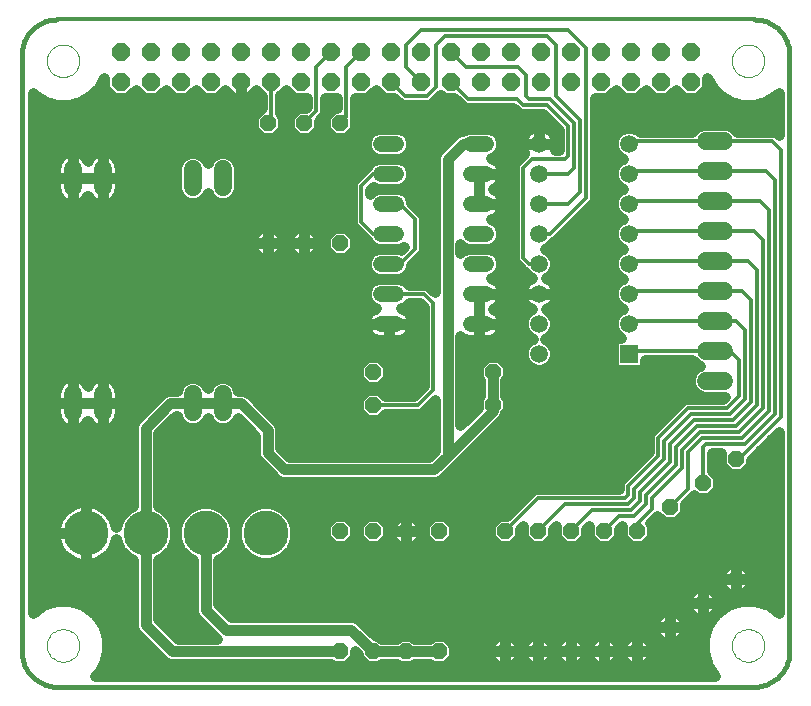
<source format=gbl>
G75*
%MOIN*%
%OFA0B0*%
%FSLAX24Y24*%
%IPPOS*%
%LPD*%
%AMOC8*
5,1,8,0,0,1.08239X$1,22.5*
%
%ADD10C,0.0160*%
%ADD11C,0.0120*%
%ADD12C,0.0000*%
%ADD13OC8,0.0600*%
%ADD14C,0.1500*%
%ADD15R,0.0590X0.0590*%
%ADD16C,0.0590*%
%ADD17OC8,0.0520*%
%ADD18C,0.0594*%
%ADD19C,0.0520*%
%ADD20C,0.0360*%
D10*
X001461Y000280D02*
X024689Y000280D01*
X024755Y000282D01*
X024821Y000287D01*
X024887Y000297D01*
X024952Y000310D01*
X025016Y000326D01*
X025079Y000346D01*
X025141Y000370D01*
X025201Y000397D01*
X025260Y000427D01*
X025317Y000461D01*
X025372Y000498D01*
X025425Y000538D01*
X025476Y000580D01*
X025524Y000626D01*
X025570Y000674D01*
X025612Y000725D01*
X025652Y000778D01*
X025689Y000833D01*
X025723Y000890D01*
X025753Y000949D01*
X025780Y001009D01*
X025804Y001071D01*
X025824Y001134D01*
X025840Y001198D01*
X025853Y001263D01*
X025863Y001329D01*
X025868Y001395D01*
X025870Y001461D01*
X025871Y001461D02*
X025871Y021343D01*
X025870Y021343D02*
X025868Y021409D01*
X025863Y021475D01*
X025853Y021541D01*
X025840Y021606D01*
X025824Y021670D01*
X025804Y021733D01*
X025780Y021795D01*
X025753Y021855D01*
X025723Y021914D01*
X025689Y021971D01*
X025652Y022026D01*
X025612Y022079D01*
X025570Y022130D01*
X025524Y022178D01*
X025476Y022224D01*
X025425Y022266D01*
X025372Y022306D01*
X025317Y022343D01*
X025260Y022377D01*
X025201Y022407D01*
X025141Y022434D01*
X025079Y022458D01*
X025016Y022478D01*
X024952Y022494D01*
X024887Y022507D01*
X024821Y022517D01*
X024755Y022522D01*
X024689Y022524D01*
X001461Y022524D02*
X001395Y022522D01*
X001329Y022517D01*
X001263Y022507D01*
X001198Y022494D01*
X001134Y022478D01*
X001071Y022458D01*
X001009Y022434D01*
X000949Y022407D01*
X000890Y022377D01*
X000833Y022343D01*
X000778Y022306D01*
X000725Y022266D01*
X000674Y022224D01*
X000626Y022178D01*
X000580Y022130D01*
X000538Y022079D01*
X000498Y022026D01*
X000461Y021971D01*
X000427Y021914D01*
X000397Y021855D01*
X000370Y021795D01*
X000346Y021733D01*
X000326Y021670D01*
X000310Y021606D01*
X000297Y021541D01*
X000287Y021475D01*
X000282Y021409D01*
X000280Y021343D01*
X000280Y001461D01*
X000282Y001395D01*
X000287Y001329D01*
X000297Y001263D01*
X000310Y001198D01*
X000326Y001134D01*
X000346Y001071D01*
X000370Y001009D01*
X000397Y000949D01*
X000427Y000890D01*
X000461Y000833D01*
X000498Y000778D01*
X000538Y000725D01*
X000580Y000674D01*
X000626Y000626D01*
X000674Y000580D01*
X000725Y000538D01*
X000778Y000498D01*
X000833Y000461D01*
X000890Y000427D01*
X000949Y000397D01*
X001009Y000370D01*
X001071Y000346D01*
X001134Y000326D01*
X001198Y000310D01*
X001263Y000297D01*
X001329Y000287D01*
X001395Y000282D01*
X001461Y000280D01*
D11*
X011980Y009680D02*
X013480Y009680D01*
X013980Y010180D01*
X013980Y013080D01*
X013680Y013380D01*
X012510Y013380D01*
X012510Y014380D02*
X012880Y014380D01*
X013380Y014880D01*
X013380Y015880D01*
X012880Y016380D01*
X012510Y016380D01*
X011580Y016980D02*
X011980Y017380D01*
X012510Y017380D01*
X011580Y016980D02*
X011580Y015780D01*
X011980Y015380D01*
X012510Y015380D01*
X010880Y019080D02*
X011080Y019280D01*
X011080Y020954D01*
X011575Y021449D01*
X010575Y021449D02*
X010080Y020954D01*
X010080Y019480D01*
X009680Y019080D01*
X008575Y019175D02*
X008480Y019080D01*
X008575Y019175D02*
X008575Y020449D01*
X012575Y020449D02*
X013045Y019980D01*
X013780Y019980D01*
X014080Y020280D01*
X014080Y021680D01*
X014380Y021980D01*
X017780Y021980D01*
X018080Y021680D01*
X018080Y019980D01*
X018880Y019180D01*
X018880Y016780D01*
X018485Y016385D01*
X017516Y016385D01*
X017516Y015385D02*
X017875Y015385D01*
X017880Y015380D01*
X019080Y016580D01*
X019080Y021580D01*
X018480Y022180D01*
X013580Y022180D01*
X013080Y021680D01*
X013080Y020945D01*
X013575Y020449D01*
X014575Y020449D02*
X015145Y019880D01*
X016780Y019880D01*
X016980Y019680D01*
X017780Y019680D01*
X018480Y018980D01*
X018480Y017980D01*
X018380Y017880D01*
X017280Y017880D01*
X016980Y017580D01*
X016980Y014580D01*
X017175Y014385D01*
X017516Y014385D01*
X020516Y014385D02*
X020611Y014480D01*
X023380Y014480D01*
X024480Y014480D01*
X024780Y014180D01*
X024780Y009680D01*
X024080Y008980D01*
X022780Y008980D01*
X022080Y008280D01*
X022080Y007680D01*
X021080Y006680D01*
X021080Y006380D01*
X020680Y005980D01*
X020180Y005980D01*
X019680Y005480D01*
X019280Y006180D02*
X018580Y005480D01*
X018380Y006380D02*
X017480Y005480D01*
X017480Y006580D02*
X016380Y005480D01*
X017480Y006580D02*
X020380Y006580D01*
X020480Y006680D01*
X020480Y006980D01*
X021480Y007980D01*
X021480Y008580D01*
X022480Y009580D01*
X023780Y009580D01*
X024180Y009980D01*
X024180Y011180D01*
X023880Y011480D01*
X023380Y011480D01*
X020611Y011480D01*
X020516Y011385D01*
X020516Y012385D02*
X020611Y012480D01*
X023380Y012480D01*
X024080Y012480D01*
X024380Y012180D01*
X024380Y009880D01*
X023880Y009380D01*
X022580Y009380D01*
X021680Y008480D01*
X021680Y007880D01*
X020680Y006880D01*
X020680Y006580D01*
X020480Y006380D01*
X018380Y006380D01*
X019280Y006180D02*
X020580Y006180D01*
X020880Y006480D01*
X020880Y006780D01*
X021880Y007780D01*
X021880Y008380D01*
X022680Y009180D01*
X023980Y009180D01*
X024580Y009780D01*
X024580Y013180D01*
X024280Y013480D01*
X023380Y013480D01*
X020611Y013480D01*
X020516Y013385D01*
X020516Y015385D02*
X020611Y015480D01*
X023380Y015480D01*
X024680Y015480D01*
X024980Y015180D01*
X024980Y009580D01*
X024180Y008780D01*
X022880Y008780D01*
X022280Y008180D01*
X022280Y007580D01*
X021280Y006580D01*
X021280Y006213D01*
X020780Y005713D01*
X020780Y005480D01*
X021880Y006280D02*
X022480Y006880D01*
X022480Y008112D01*
X022948Y008580D01*
X024280Y008580D01*
X025180Y009480D01*
X025180Y016180D01*
X024880Y016480D01*
X023380Y016480D01*
X020611Y016480D01*
X020516Y016385D01*
X020516Y017385D02*
X020611Y017480D01*
X023380Y017480D01*
X025080Y017480D01*
X025380Y017180D01*
X025380Y009380D01*
X024380Y008380D01*
X023080Y008380D01*
X022980Y008280D01*
X022980Y007080D01*
X024080Y007880D02*
X024180Y007880D01*
X025580Y009280D01*
X025580Y018180D01*
X025280Y018480D01*
X023380Y018480D01*
X020611Y018480D01*
X020516Y018385D01*
X018680Y019080D02*
X018680Y017580D01*
X018485Y017385D01*
X017516Y017385D01*
X018680Y019080D02*
X017880Y019880D01*
X017180Y019880D01*
X017080Y019980D01*
X017080Y020680D01*
X016830Y020930D01*
X015095Y020930D01*
X014575Y021449D01*
X024689Y022524D02*
X001461Y022524D01*
D12*
X001117Y021146D02*
X001119Y021192D01*
X001125Y021237D01*
X001134Y021282D01*
X001148Y021326D01*
X001165Y021369D01*
X001186Y021410D01*
X001210Y021449D01*
X001237Y021486D01*
X001267Y021520D01*
X001301Y021552D01*
X001336Y021581D01*
X001374Y021607D01*
X001414Y021629D01*
X001456Y021648D01*
X001500Y021663D01*
X001544Y021675D01*
X001589Y021683D01*
X001635Y021687D01*
X001681Y021687D01*
X001727Y021683D01*
X001772Y021675D01*
X001816Y021663D01*
X001860Y021648D01*
X001902Y021629D01*
X001942Y021607D01*
X001980Y021581D01*
X002015Y021552D01*
X002049Y021520D01*
X002079Y021486D01*
X002106Y021449D01*
X002130Y021410D01*
X002151Y021369D01*
X002168Y021326D01*
X002182Y021282D01*
X002191Y021237D01*
X002197Y021192D01*
X002199Y021146D01*
X002197Y021100D01*
X002191Y021055D01*
X002182Y021010D01*
X002168Y020966D01*
X002151Y020923D01*
X002130Y020882D01*
X002106Y020843D01*
X002079Y020806D01*
X002049Y020772D01*
X002015Y020740D01*
X001980Y020711D01*
X001942Y020685D01*
X001902Y020663D01*
X001860Y020644D01*
X001816Y020629D01*
X001772Y020617D01*
X001727Y020609D01*
X001681Y020605D01*
X001635Y020605D01*
X001589Y020609D01*
X001544Y020617D01*
X001500Y020629D01*
X001456Y020644D01*
X001414Y020663D01*
X001374Y020685D01*
X001336Y020711D01*
X001301Y020740D01*
X001267Y020772D01*
X001237Y020806D01*
X001210Y020843D01*
X001186Y020882D01*
X001165Y020923D01*
X001148Y020966D01*
X001134Y021010D01*
X001125Y021055D01*
X001119Y021100D01*
X001117Y021146D01*
X001117Y001658D02*
X001119Y001704D01*
X001125Y001749D01*
X001134Y001794D01*
X001148Y001838D01*
X001165Y001881D01*
X001186Y001922D01*
X001210Y001961D01*
X001237Y001998D01*
X001267Y002032D01*
X001301Y002064D01*
X001336Y002093D01*
X001374Y002119D01*
X001414Y002141D01*
X001456Y002160D01*
X001500Y002175D01*
X001544Y002187D01*
X001589Y002195D01*
X001635Y002199D01*
X001681Y002199D01*
X001727Y002195D01*
X001772Y002187D01*
X001816Y002175D01*
X001860Y002160D01*
X001902Y002141D01*
X001942Y002119D01*
X001980Y002093D01*
X002015Y002064D01*
X002049Y002032D01*
X002079Y001998D01*
X002106Y001961D01*
X002130Y001922D01*
X002151Y001881D01*
X002168Y001838D01*
X002182Y001794D01*
X002191Y001749D01*
X002197Y001704D01*
X002199Y001658D01*
X002197Y001612D01*
X002191Y001567D01*
X002182Y001522D01*
X002168Y001478D01*
X002151Y001435D01*
X002130Y001394D01*
X002106Y001355D01*
X002079Y001318D01*
X002049Y001284D01*
X002015Y001252D01*
X001980Y001223D01*
X001942Y001197D01*
X001902Y001175D01*
X001860Y001156D01*
X001816Y001141D01*
X001772Y001129D01*
X001727Y001121D01*
X001681Y001117D01*
X001635Y001117D01*
X001589Y001121D01*
X001544Y001129D01*
X001500Y001141D01*
X001456Y001156D01*
X001414Y001175D01*
X001374Y001197D01*
X001336Y001223D01*
X001301Y001252D01*
X001267Y001284D01*
X001237Y001318D01*
X001210Y001355D01*
X001186Y001394D01*
X001165Y001435D01*
X001148Y001478D01*
X001134Y001522D01*
X001125Y001567D01*
X001119Y001612D01*
X001117Y001658D01*
X023952Y001658D02*
X023954Y001704D01*
X023960Y001749D01*
X023969Y001794D01*
X023983Y001838D01*
X024000Y001881D01*
X024021Y001922D01*
X024045Y001961D01*
X024072Y001998D01*
X024102Y002032D01*
X024136Y002064D01*
X024171Y002093D01*
X024209Y002119D01*
X024249Y002141D01*
X024291Y002160D01*
X024335Y002175D01*
X024379Y002187D01*
X024424Y002195D01*
X024470Y002199D01*
X024516Y002199D01*
X024562Y002195D01*
X024607Y002187D01*
X024651Y002175D01*
X024695Y002160D01*
X024737Y002141D01*
X024777Y002119D01*
X024815Y002093D01*
X024850Y002064D01*
X024884Y002032D01*
X024914Y001998D01*
X024941Y001961D01*
X024965Y001922D01*
X024986Y001881D01*
X025003Y001838D01*
X025017Y001794D01*
X025026Y001749D01*
X025032Y001704D01*
X025034Y001658D01*
X025032Y001612D01*
X025026Y001567D01*
X025017Y001522D01*
X025003Y001478D01*
X024986Y001435D01*
X024965Y001394D01*
X024941Y001355D01*
X024914Y001318D01*
X024884Y001284D01*
X024850Y001252D01*
X024815Y001223D01*
X024777Y001197D01*
X024737Y001175D01*
X024695Y001156D01*
X024651Y001141D01*
X024607Y001129D01*
X024562Y001121D01*
X024516Y001117D01*
X024470Y001117D01*
X024424Y001121D01*
X024379Y001129D01*
X024335Y001141D01*
X024291Y001156D01*
X024249Y001175D01*
X024209Y001197D01*
X024171Y001223D01*
X024136Y001252D01*
X024102Y001284D01*
X024072Y001318D01*
X024045Y001355D01*
X024021Y001394D01*
X024000Y001435D01*
X023983Y001478D01*
X023969Y001522D01*
X023960Y001567D01*
X023954Y001612D01*
X023952Y001658D01*
X023952Y021146D02*
X023954Y021192D01*
X023960Y021237D01*
X023969Y021282D01*
X023983Y021326D01*
X024000Y021369D01*
X024021Y021410D01*
X024045Y021449D01*
X024072Y021486D01*
X024102Y021520D01*
X024136Y021552D01*
X024171Y021581D01*
X024209Y021607D01*
X024249Y021629D01*
X024291Y021648D01*
X024335Y021663D01*
X024379Y021675D01*
X024424Y021683D01*
X024470Y021687D01*
X024516Y021687D01*
X024562Y021683D01*
X024607Y021675D01*
X024651Y021663D01*
X024695Y021648D01*
X024737Y021629D01*
X024777Y021607D01*
X024815Y021581D01*
X024850Y021552D01*
X024884Y021520D01*
X024914Y021486D01*
X024941Y021449D01*
X024965Y021410D01*
X024986Y021369D01*
X025003Y021326D01*
X025017Y021282D01*
X025026Y021237D01*
X025032Y021192D01*
X025034Y021146D01*
X025032Y021100D01*
X025026Y021055D01*
X025017Y021010D01*
X025003Y020966D01*
X024986Y020923D01*
X024965Y020882D01*
X024941Y020843D01*
X024914Y020806D01*
X024884Y020772D01*
X024850Y020740D01*
X024815Y020711D01*
X024777Y020685D01*
X024737Y020663D01*
X024695Y020644D01*
X024651Y020629D01*
X024607Y020617D01*
X024562Y020609D01*
X024516Y020605D01*
X024470Y020605D01*
X024424Y020609D01*
X024379Y020617D01*
X024335Y020629D01*
X024291Y020644D01*
X024249Y020663D01*
X024209Y020685D01*
X024171Y020711D01*
X024136Y020740D01*
X024102Y020772D01*
X024072Y020806D01*
X024045Y020843D01*
X024021Y020882D01*
X024000Y020923D01*
X023983Y020966D01*
X023969Y021010D01*
X023960Y021055D01*
X023954Y021100D01*
X023952Y021146D01*
D13*
X022575Y021449D03*
X022575Y020449D03*
X021575Y020449D03*
X020575Y020449D03*
X019575Y020449D03*
X018575Y020449D03*
X017575Y020449D03*
X016575Y020449D03*
X015575Y020449D03*
X014575Y020449D03*
X013575Y020449D03*
X012575Y020449D03*
X011575Y020449D03*
X010575Y020449D03*
X009575Y020449D03*
X008575Y020449D03*
X007575Y020449D03*
X006575Y020449D03*
X005575Y020449D03*
X004575Y020449D03*
X003575Y020449D03*
X003575Y021449D03*
X004575Y021449D03*
X005575Y021449D03*
X006575Y021449D03*
X007575Y021449D03*
X008575Y021449D03*
X009575Y021449D03*
X010575Y021449D03*
X011575Y021449D03*
X012575Y021449D03*
X013575Y021449D03*
X014575Y021449D03*
X015575Y021449D03*
X016575Y021449D03*
X017575Y021449D03*
X018575Y021449D03*
X019575Y021449D03*
X020575Y021449D03*
X021575Y021449D03*
D14*
X008406Y005406D03*
X006406Y005406D03*
X004406Y005406D03*
X002406Y005406D03*
D15*
X020516Y011385D03*
D16*
X020516Y012385D03*
X020516Y013385D03*
X020516Y014385D03*
X020516Y015385D03*
X020516Y016385D03*
X020516Y017385D03*
X020516Y018385D03*
X017516Y018385D03*
X017516Y017385D03*
X017516Y016385D03*
X017516Y015385D03*
X017516Y014385D03*
X017516Y013385D03*
X017516Y012385D03*
X017516Y011385D03*
D17*
X015980Y010780D03*
X015980Y009680D03*
X011980Y009680D03*
X011980Y010780D03*
X010880Y015080D03*
X009680Y015080D03*
X008480Y015080D03*
X008480Y019080D03*
X009680Y019080D03*
X010880Y019080D03*
X024080Y007880D03*
X022980Y007080D03*
X021880Y006280D03*
X020780Y005480D03*
X019680Y005480D03*
X018580Y005480D03*
X017480Y005480D03*
X016380Y005480D03*
X014180Y005460D03*
X013080Y005460D03*
X011980Y005460D03*
X010880Y005460D03*
X010880Y001460D03*
X011980Y001460D03*
X013080Y001460D03*
X014180Y001460D03*
X016380Y001480D03*
X017480Y001480D03*
X018580Y001480D03*
X019680Y001480D03*
X020780Y001480D03*
X021880Y002280D03*
X022980Y003080D03*
X024080Y003880D03*
D18*
X023677Y010480D02*
X023083Y010480D01*
X023083Y011480D02*
X023677Y011480D01*
X023677Y012480D02*
X023083Y012480D01*
X023083Y013480D02*
X023677Y013480D01*
X023677Y014480D02*
X023083Y014480D01*
X023083Y015480D02*
X023677Y015480D01*
X023677Y016480D02*
X023083Y016480D01*
X023083Y017480D02*
X023677Y017480D01*
X023677Y018480D02*
X023083Y018480D01*
X006974Y017530D02*
X006974Y016936D01*
X005974Y016936D02*
X005974Y017530D01*
X002974Y017530D02*
X002974Y016936D01*
X001974Y016936D02*
X001974Y017530D01*
X001974Y010030D02*
X001974Y009436D01*
X002974Y009436D02*
X002974Y010030D01*
X005974Y010030D02*
X005974Y009436D01*
X006974Y009436D02*
X006974Y010030D01*
D19*
X012250Y012380D02*
X012770Y012380D01*
X012770Y013380D02*
X012250Y013380D01*
X012250Y014380D02*
X012770Y014380D01*
X012770Y015380D02*
X012250Y015380D01*
X012250Y016380D02*
X012770Y016380D01*
X012770Y017380D02*
X012250Y017380D01*
X012250Y018380D02*
X012770Y018380D01*
X015250Y018380D02*
X015770Y018380D01*
X015770Y017380D02*
X015250Y017380D01*
X015250Y016380D02*
X015770Y016380D01*
X015770Y015380D02*
X015250Y015380D01*
X015250Y014380D02*
X015770Y014380D01*
X015770Y013380D02*
X015250Y013380D01*
X015250Y012380D02*
X015770Y012380D01*
D20*
X015510Y012380D02*
X016310Y012380D01*
X016310Y012422D01*
X016297Y012506D01*
X016270Y012587D01*
X016232Y012663D01*
X016182Y012732D01*
X016122Y012792D01*
X016053Y012842D01*
X015978Y012880D01*
X016053Y012918D01*
X016122Y012968D01*
X016182Y013028D01*
X016232Y013097D01*
X016270Y013173D01*
X016297Y013254D01*
X016310Y013338D01*
X016310Y013380D01*
X016310Y013422D01*
X016297Y013506D01*
X016270Y013587D01*
X016232Y013663D01*
X016182Y013732D01*
X016122Y013792D01*
X016053Y013842D01*
X015977Y013880D01*
X015917Y013900D01*
X016053Y013956D01*
X016194Y014097D01*
X016270Y014281D01*
X016270Y014479D01*
X016194Y014663D01*
X016053Y014804D01*
X015869Y014880D01*
X016053Y014956D01*
X016194Y015097D01*
X016270Y015281D01*
X016270Y015479D01*
X016194Y015663D01*
X016053Y015804D01*
X015917Y015860D01*
X015977Y015880D01*
X016053Y015918D01*
X016122Y015968D01*
X016182Y016028D01*
X016232Y016097D01*
X016270Y016173D01*
X016297Y016254D01*
X016310Y016338D01*
X016310Y016380D01*
X016310Y016422D01*
X016297Y016506D01*
X016270Y016587D01*
X016232Y016663D01*
X016182Y016732D01*
X016122Y016792D01*
X016053Y016842D01*
X015978Y016880D01*
X016053Y016918D01*
X016122Y016968D01*
X016182Y017028D01*
X016232Y017097D01*
X016270Y017173D01*
X016297Y017254D01*
X016310Y017338D01*
X016310Y017380D01*
X016310Y017422D01*
X016297Y017506D01*
X016270Y017587D01*
X016232Y017663D01*
X016182Y017732D01*
X016122Y017792D01*
X016053Y017842D01*
X015977Y017880D01*
X015917Y017900D01*
X016053Y017956D01*
X016194Y018097D01*
X016270Y018281D01*
X016270Y018479D01*
X016194Y018663D01*
X016053Y018804D01*
X015869Y018880D01*
X015151Y018880D01*
X014967Y018804D01*
X014963Y018800D01*
X014896Y018800D01*
X014742Y018736D01*
X014624Y018618D01*
X014124Y018118D01*
X014060Y017964D01*
X014060Y013424D01*
X013934Y013550D01*
X013850Y013634D01*
X013740Y013680D01*
X013177Y013680D01*
X013053Y013804D01*
X012869Y013880D01*
X013053Y013956D01*
X013194Y014097D01*
X013270Y014281D01*
X013270Y014346D01*
X013550Y014626D01*
X013634Y014710D01*
X013680Y014820D01*
X013680Y015940D01*
X013634Y016050D01*
X013270Y016414D01*
X013270Y016479D01*
X013194Y016663D01*
X013053Y016804D01*
X012869Y016880D01*
X013053Y016956D01*
X013194Y017097D01*
X013270Y017281D01*
X013270Y017479D01*
X013194Y017663D01*
X013053Y017804D01*
X012869Y017880D01*
X013053Y017956D01*
X013194Y018097D01*
X013270Y018281D01*
X013270Y018479D01*
X013194Y018663D01*
X013053Y018804D01*
X012869Y018880D01*
X012151Y018880D01*
X011967Y018804D01*
X011826Y018663D01*
X011750Y018479D01*
X011750Y018281D01*
X011826Y018097D01*
X011967Y017956D01*
X012151Y017880D01*
X012869Y017880D01*
X012151Y017880D01*
X011967Y017804D01*
X011826Y017663D01*
X011815Y017636D01*
X011810Y017634D01*
X011726Y017550D01*
X011326Y017150D01*
X011280Y017040D01*
X011280Y015720D01*
X011326Y015610D01*
X011410Y015526D01*
X011810Y015126D01*
X011815Y015124D01*
X011826Y015097D01*
X011967Y014956D01*
X012151Y014880D01*
X011967Y014804D01*
X011826Y014663D01*
X011750Y014479D01*
X011750Y014281D01*
X011826Y014097D01*
X011967Y013956D01*
X012151Y013880D01*
X012869Y013880D01*
X012151Y013880D01*
X011967Y013804D01*
X011826Y013663D01*
X011750Y013479D01*
X011750Y013281D01*
X011826Y013097D01*
X011967Y012956D01*
X012103Y012900D01*
X012043Y012880D01*
X011967Y012842D01*
X011898Y012792D01*
X011838Y012732D01*
X011788Y012663D01*
X011750Y012587D01*
X011723Y012506D01*
X011710Y012422D01*
X011710Y012380D01*
X012510Y012380D01*
X013310Y012380D01*
X013310Y012422D01*
X013297Y012506D01*
X013270Y012587D01*
X013232Y012663D01*
X013182Y012732D01*
X013122Y012792D01*
X013053Y012842D01*
X012977Y012880D01*
X012917Y012900D01*
X013053Y012956D01*
X013177Y013080D01*
X013556Y013080D01*
X013680Y012956D01*
X013680Y010304D01*
X013356Y009980D01*
X012387Y009980D01*
X012187Y010180D01*
X011773Y010180D01*
X011480Y009887D01*
X011480Y009473D01*
X011773Y009180D01*
X012187Y009180D01*
X012387Y009380D01*
X013540Y009380D01*
X013650Y009426D01*
X013734Y009510D01*
X013734Y009510D01*
X014060Y009836D01*
X014060Y008154D01*
X013859Y007953D01*
X009201Y007953D01*
X008900Y008254D01*
X008900Y008914D01*
X008836Y009068D01*
X007877Y010026D01*
X007819Y010086D01*
X007818Y010086D01*
X007741Y010118D01*
X007664Y010150D01*
X007664Y010150D01*
X007664Y010150D01*
X007580Y010150D01*
X007505Y010150D01*
X007429Y010334D01*
X007278Y010485D01*
X007080Y010566D01*
X006867Y010566D01*
X006670Y010485D01*
X006519Y010334D01*
X006474Y010225D01*
X006429Y010334D01*
X006278Y010485D01*
X006080Y010566D01*
X005867Y010566D01*
X005670Y010485D01*
X005519Y010334D01*
X005444Y010153D01*
X005149Y010153D01*
X004995Y010089D01*
X004877Y009971D01*
X004050Y009144D01*
X003986Y008990D01*
X003986Y006304D01*
X003845Y006245D01*
X003567Y005967D01*
X003417Y005605D01*
X003397Y005692D01*
X003359Y005801D01*
X003309Y005905D01*
X003247Y006003D01*
X003175Y006093D01*
X003093Y006175D01*
X003003Y006247D01*
X002905Y006309D01*
X002801Y006359D01*
X002692Y006397D01*
X002579Y006423D01*
X002464Y006436D01*
X002406Y006436D01*
X002406Y005406D01*
X002406Y005406D01*
X002406Y006436D01*
X002348Y006436D01*
X002233Y006423D01*
X002120Y006397D01*
X002011Y006359D01*
X001907Y006309D01*
X001809Y006247D01*
X001719Y006175D01*
X001637Y006093D01*
X001565Y006003D01*
X001503Y005905D01*
X001453Y005801D01*
X001415Y005692D01*
X001389Y005579D01*
X001376Y005464D01*
X001376Y005406D01*
X002406Y005406D01*
X002406Y004376D01*
X002464Y004376D01*
X002579Y004389D01*
X002692Y004415D01*
X002801Y004453D01*
X002905Y004503D01*
X003003Y004565D01*
X003093Y004637D01*
X003175Y004719D01*
X003247Y004809D01*
X003309Y004907D01*
X003359Y005011D01*
X003397Y005120D01*
X003417Y005207D01*
X003567Y004845D01*
X003845Y004567D01*
X003986Y004508D01*
X003986Y002270D01*
X004050Y002116D01*
X004944Y001222D01*
X005062Y001104D01*
X005216Y001040D01*
X010593Y001040D01*
X010673Y000960D01*
X011087Y000960D01*
X011380Y001253D01*
X011380Y001466D01*
X011480Y001366D01*
X011480Y001253D01*
X011773Y000960D01*
X012187Y000960D01*
X012267Y001040D01*
X012793Y001040D01*
X012873Y000960D01*
X013287Y000960D01*
X013367Y001040D01*
X013893Y001040D01*
X013973Y000960D01*
X014387Y000960D01*
X014680Y001253D01*
X014680Y001667D01*
X014387Y001960D01*
X013973Y001960D01*
X013893Y001880D01*
X013367Y001880D01*
X013287Y001960D01*
X012873Y001960D01*
X012793Y001880D01*
X012267Y001880D01*
X012187Y001960D01*
X012074Y001960D01*
X011498Y002536D01*
X011344Y002600D01*
X007254Y002600D01*
X006826Y003028D01*
X006826Y004508D01*
X006967Y004567D01*
X007245Y004845D01*
X007396Y005209D01*
X007396Y005603D01*
X007245Y005967D01*
X006967Y006245D01*
X006603Y006396D01*
X006209Y006396D01*
X005845Y006245D01*
X005567Y005967D01*
X005416Y005603D01*
X005416Y005209D01*
X005567Y004845D01*
X005845Y004567D01*
X005986Y004508D01*
X005986Y002770D01*
X006050Y002616D01*
X006724Y001942D01*
X006786Y001880D01*
X005474Y001880D01*
X004826Y002528D01*
X004826Y004508D01*
X004967Y004567D01*
X005245Y004845D01*
X005396Y005209D01*
X005396Y005603D01*
X005245Y005967D01*
X004967Y006245D01*
X004826Y006304D01*
X004826Y008732D01*
X005407Y009313D01*
X005444Y009313D01*
X005519Y009132D01*
X005670Y008981D01*
X005867Y008899D01*
X006080Y008899D01*
X006278Y008981D01*
X006429Y009132D01*
X006474Y009240D01*
X006519Y009132D01*
X006670Y008981D01*
X006867Y008899D01*
X007080Y008899D01*
X007278Y008981D01*
X007429Y009132D01*
X007474Y009242D01*
X008060Y008656D01*
X008060Y007996D01*
X008124Y007842D01*
X008242Y007724D01*
X008789Y007177D01*
X008944Y007113D01*
X014116Y007113D01*
X014271Y007177D01*
X014389Y007295D01*
X014718Y007624D01*
X016218Y009124D01*
X016336Y009242D01*
X016397Y009390D01*
X016480Y009473D01*
X016480Y009887D01*
X016400Y009967D01*
X016400Y010493D01*
X016480Y010573D01*
X016480Y010987D01*
X016187Y011280D01*
X015773Y011280D01*
X015480Y010987D01*
X015480Y010573D01*
X015560Y010493D01*
X015560Y009967D01*
X015480Y009887D01*
X015480Y009574D01*
X014900Y008994D01*
X014900Y011967D01*
X014967Y011918D01*
X015043Y011880D01*
X015124Y011853D01*
X015208Y011840D01*
X015510Y011840D01*
X015812Y011840D01*
X015896Y011853D01*
X015977Y011880D01*
X016053Y011918D01*
X016122Y011968D01*
X016182Y012028D01*
X016232Y012097D01*
X016270Y012173D01*
X016297Y012254D01*
X016310Y012338D01*
X016310Y012380D01*
X015510Y012380D01*
X015510Y012380D01*
X015510Y012380D01*
X015510Y012840D01*
X015510Y013380D01*
X016310Y013380D01*
X015510Y013380D01*
X015510Y013380D01*
X015510Y013380D01*
X015510Y012380D01*
X015510Y011840D01*
X015510Y012380D01*
X015510Y012380D01*
X015510Y012469D02*
X015510Y012469D01*
X015510Y012111D02*
X015510Y012111D01*
X014900Y011752D02*
X017127Y011752D01*
X017063Y011688D02*
X016981Y011491D01*
X016981Y011278D01*
X017063Y011082D01*
X017213Y010931D01*
X017410Y010850D01*
X017623Y010850D01*
X017819Y010931D01*
X017970Y011082D01*
X018051Y011278D01*
X018051Y011491D01*
X017970Y011688D01*
X017819Y011838D01*
X017707Y011885D01*
X017819Y011931D01*
X017970Y012082D01*
X018051Y012278D01*
X018051Y012491D01*
X017970Y012688D01*
X017819Y012838D01*
X017759Y012863D01*
X017818Y012893D01*
X017891Y012946D01*
X017955Y013010D01*
X018008Y013083D01*
X018049Y013164D01*
X018077Y013250D01*
X018091Y013339D01*
X018091Y013385D01*
X018091Y013430D01*
X018077Y013519D01*
X018049Y013605D01*
X018008Y013686D01*
X017955Y013759D01*
X017891Y013823D01*
X017818Y013877D01*
X017759Y013906D01*
X017819Y013931D01*
X017970Y014082D01*
X018051Y014278D01*
X018051Y014491D01*
X017970Y014688D01*
X017819Y014838D01*
X017707Y014885D01*
X017819Y014931D01*
X017970Y015082D01*
X017975Y015095D01*
X018050Y015126D01*
X019250Y016326D01*
X019334Y016410D01*
X019380Y016520D01*
X019380Y019909D01*
X019799Y019909D01*
X020075Y020186D01*
X020352Y019909D01*
X020799Y019909D01*
X021075Y020186D01*
X021352Y019909D01*
X021799Y019909D01*
X022075Y020186D01*
X022352Y019909D01*
X022799Y019909D01*
X023115Y020226D01*
X023115Y020571D01*
X023308Y020237D01*
X023584Y019961D01*
X023921Y019767D01*
X023921Y019767D01*
X024298Y019666D01*
X024688Y019666D01*
X025064Y019767D01*
X025402Y019961D01*
X025511Y020070D01*
X025511Y018674D01*
X025450Y018734D01*
X025340Y018780D01*
X024134Y018780D01*
X024132Y018784D01*
X023981Y018935D01*
X023784Y019017D01*
X022976Y019017D01*
X022779Y018935D01*
X022628Y018784D01*
X022626Y018780D01*
X020878Y018780D01*
X020819Y018838D01*
X020623Y018920D01*
X020410Y018920D01*
X020213Y018838D01*
X020063Y018688D01*
X019981Y018491D01*
X019981Y018278D01*
X020063Y018082D01*
X020213Y017931D01*
X020325Y017885D01*
X020213Y017838D01*
X020063Y017688D01*
X019981Y017491D01*
X019981Y017278D01*
X020063Y017082D01*
X020213Y016931D01*
X020325Y016885D01*
X020213Y016838D01*
X020063Y016688D01*
X019981Y016491D01*
X019981Y016278D01*
X020063Y016082D01*
X020213Y015931D01*
X020325Y015885D01*
X020213Y015838D01*
X020063Y015688D01*
X019981Y015491D01*
X019981Y015278D01*
X020063Y015082D01*
X020213Y014931D01*
X020325Y014885D01*
X020213Y014838D01*
X020063Y014688D01*
X019981Y014491D01*
X019981Y014278D01*
X020063Y014082D01*
X020213Y013931D01*
X020325Y013885D01*
X020213Y013838D01*
X020063Y013688D01*
X019981Y013491D01*
X019981Y013278D01*
X020063Y013082D01*
X020213Y012931D01*
X020325Y012885D01*
X020213Y012838D01*
X020063Y012688D01*
X019981Y012491D01*
X019981Y012278D01*
X020063Y012082D01*
X020213Y011931D01*
X020241Y011920D01*
X020173Y011920D01*
X020085Y011883D01*
X020018Y011816D01*
X019981Y011727D01*
X019981Y011042D01*
X020018Y010954D01*
X020085Y010886D01*
X020173Y010850D01*
X020859Y010850D01*
X020947Y010886D01*
X021015Y010954D01*
X021051Y011042D01*
X021051Y011180D01*
X022626Y011180D01*
X022628Y011176D01*
X022779Y011025D01*
X022887Y010980D01*
X022779Y010935D01*
X022628Y010784D01*
X022546Y010587D01*
X022546Y010373D01*
X022628Y010176D01*
X022779Y010025D01*
X022976Y009943D01*
X023719Y009943D01*
X023656Y009880D01*
X022420Y009880D01*
X022310Y009834D01*
X022226Y009750D01*
X021226Y008750D01*
X021180Y008640D01*
X021180Y008104D01*
X020310Y007234D01*
X020226Y007150D01*
X020180Y007040D01*
X020180Y006880D01*
X017420Y006880D01*
X017310Y006834D01*
X016456Y005980D01*
X016173Y005980D01*
X015880Y005687D01*
X015880Y005273D01*
X016173Y004980D01*
X016587Y004980D01*
X016880Y005273D01*
X016880Y005556D01*
X016980Y005656D01*
X016980Y005273D01*
X017273Y004980D01*
X017687Y004980D01*
X017980Y005273D01*
X017980Y005556D01*
X018080Y005656D01*
X018080Y005273D01*
X018373Y004980D01*
X018787Y004980D01*
X019080Y005273D01*
X019080Y005556D01*
X019180Y005656D01*
X019180Y005273D01*
X019473Y004980D01*
X019887Y004980D01*
X020180Y005273D01*
X020180Y005556D01*
X020280Y005656D01*
X020280Y005273D01*
X020573Y004980D01*
X020987Y004980D01*
X021280Y005273D01*
X021280Y005687D01*
X021229Y005738D01*
X021450Y005959D01*
X021472Y005981D01*
X021673Y005780D01*
X022087Y005780D01*
X022380Y006073D01*
X022380Y006356D01*
X022689Y006664D01*
X022773Y006580D01*
X023187Y006580D01*
X023480Y006873D01*
X023480Y007287D01*
X023280Y007487D01*
X023280Y008080D01*
X023580Y008080D01*
X023580Y007673D01*
X023873Y007380D01*
X024287Y007380D01*
X024580Y007673D01*
X024580Y007856D01*
X025511Y008786D01*
X025511Y002748D01*
X025173Y002994D01*
X024727Y003138D01*
X024258Y003138D01*
X023812Y002994D01*
X023433Y002718D01*
X023433Y002718D01*
X023157Y002338D01*
X023012Y001892D01*
X023012Y001423D01*
X023157Y000977D01*
X023402Y000640D01*
X002734Y000640D01*
X002843Y000749D01*
X003038Y001087D01*
X003138Y001463D01*
X003138Y001892D01*
X002994Y002338D01*
X002994Y002338D01*
X002718Y002718D01*
X002718Y002718D01*
X002718Y002718D01*
X002338Y002994D01*
X001892Y003138D01*
X001423Y003138D01*
X000977Y002994D01*
X000640Y002748D01*
X000640Y020070D01*
X000749Y019961D01*
X001087Y019767D01*
X001463Y019666D01*
X001853Y019666D01*
X002229Y019767D01*
X002229Y019767D01*
X002567Y019961D01*
X002567Y019961D01*
X002843Y020237D01*
X003035Y020571D01*
X003035Y020226D01*
X003352Y019909D01*
X003799Y019909D01*
X004075Y020186D01*
X004352Y019909D01*
X004799Y019909D01*
X005075Y020186D01*
X005352Y019909D01*
X005799Y019909D01*
X006075Y020186D01*
X006352Y019909D01*
X006799Y019909D01*
X007047Y020157D01*
X007335Y019869D01*
X007575Y019869D01*
X007575Y020449D01*
X007575Y020449D01*
X007575Y019869D01*
X007816Y019869D01*
X008104Y020157D01*
X008275Y019986D01*
X008275Y019580D01*
X008273Y019580D01*
X007980Y019287D01*
X007980Y018873D01*
X008273Y018580D01*
X008687Y018580D01*
X008980Y018873D01*
X008980Y019287D01*
X008875Y019392D01*
X008875Y019986D01*
X009075Y020186D01*
X009352Y019909D01*
X009780Y019909D01*
X009780Y019604D01*
X009756Y019580D01*
X009473Y019580D01*
X009180Y019287D01*
X009180Y018873D01*
X009473Y018580D01*
X009887Y018580D01*
X010180Y018873D01*
X010180Y019156D01*
X010334Y019310D01*
X010380Y019420D01*
X010380Y019909D01*
X010780Y019909D01*
X010780Y019580D01*
X010673Y019580D01*
X010380Y019287D01*
X010380Y018873D01*
X010673Y018580D01*
X011087Y018580D01*
X011380Y018873D01*
X011380Y019909D01*
X011799Y019909D01*
X012075Y020186D01*
X012352Y019909D01*
X012691Y019909D01*
X012790Y019810D01*
X012875Y019726D01*
X012985Y019680D01*
X013840Y019680D01*
X013950Y019726D01*
X014243Y020018D01*
X014352Y019909D01*
X014691Y019909D01*
X014975Y019626D01*
X015085Y019580D01*
X016656Y019580D01*
X016810Y019426D01*
X016920Y019380D01*
X017656Y019380D01*
X018180Y018856D01*
X018180Y018180D01*
X018054Y018180D01*
X018077Y018250D01*
X018091Y018339D01*
X018091Y018385D01*
X018091Y018430D01*
X018077Y018519D01*
X018049Y018605D01*
X018008Y018686D01*
X017955Y018759D01*
X017891Y018823D01*
X017818Y018877D01*
X017737Y018918D01*
X017651Y018946D01*
X017561Y018960D01*
X017516Y018960D01*
X017471Y018960D01*
X017382Y018946D01*
X017295Y018918D01*
X017215Y018877D01*
X017142Y018823D01*
X017078Y018759D01*
X017024Y018686D01*
X016983Y018605D01*
X016955Y018519D01*
X016941Y018430D01*
X016941Y018385D01*
X017516Y018385D01*
X017516Y018960D01*
X017516Y018385D01*
X017516Y018385D01*
X017516Y018385D01*
X016941Y018385D01*
X016941Y018339D01*
X016955Y018250D01*
X016983Y018164D01*
X017024Y018083D01*
X017039Y018063D01*
X017026Y018050D01*
X016726Y017750D01*
X016680Y017640D01*
X016680Y014520D01*
X016726Y014410D01*
X016810Y014326D01*
X017005Y014130D01*
X017050Y014112D01*
X017063Y014082D01*
X017213Y013931D01*
X017273Y013906D01*
X017215Y013877D01*
X017142Y013823D01*
X017078Y013759D01*
X017024Y013686D01*
X016983Y013605D01*
X016955Y013519D01*
X016941Y013430D01*
X016941Y013385D01*
X017516Y013385D01*
X017516Y013385D01*
X016941Y013385D01*
X016941Y013339D01*
X016955Y013250D01*
X016983Y013164D01*
X017024Y013083D01*
X017078Y013010D01*
X017142Y012946D01*
X017215Y012893D01*
X017273Y012863D01*
X017213Y012838D01*
X017063Y012688D01*
X016981Y012491D01*
X016981Y012278D01*
X017063Y012082D01*
X017213Y011931D01*
X017325Y011885D01*
X017213Y011838D01*
X017063Y011688D01*
X017051Y012111D02*
X016239Y012111D01*
X016303Y012469D02*
X016981Y012469D01*
X017202Y012828D02*
X016073Y012828D01*
X016275Y013186D02*
X016976Y013186D01*
X016964Y013545D02*
X016284Y013545D01*
X015925Y013903D02*
X017267Y013903D01*
X017766Y013903D02*
X020281Y013903D01*
X020003Y013545D02*
X018069Y013545D01*
X018091Y013385D02*
X017516Y013385D01*
X017516Y013385D01*
X018091Y013385D01*
X018056Y013186D02*
X020019Y013186D01*
X020202Y012828D02*
X017830Y012828D01*
X018051Y012469D02*
X019981Y012469D01*
X020051Y012111D02*
X017982Y012111D01*
X017906Y011752D02*
X019991Y011752D01*
X019981Y011394D02*
X018051Y011394D01*
X017923Y011035D02*
X019984Y011035D01*
X021048Y011035D02*
X022769Y011035D01*
X022583Y010677D02*
X016480Y010677D01*
X016400Y010318D02*
X022569Y010318D01*
X022937Y009960D02*
X016408Y009960D01*
X015980Y009680D02*
X015980Y010780D01*
X016432Y011035D02*
X017109Y011035D01*
X016981Y011394D02*
X014900Y011394D01*
X014900Y011035D02*
X015528Y011035D01*
X015480Y010677D02*
X014900Y010677D01*
X014900Y010318D02*
X015560Y010318D01*
X015552Y009960D02*
X014900Y009960D01*
X014900Y009601D02*
X015480Y009601D01*
X015149Y009243D02*
X014900Y009243D01*
X014060Y009243D02*
X012250Y009243D01*
X011710Y009243D02*
X008661Y009243D01*
X008900Y008884D02*
X014060Y008884D01*
X014060Y008526D02*
X008900Y008526D01*
X008480Y008830D02*
X007580Y009730D01*
X005974Y009733D01*
X005233Y009733D01*
X004406Y008906D01*
X004406Y005406D01*
X004406Y002354D01*
X005300Y001460D01*
X010880Y001460D01*
X011380Y001356D02*
X011480Y001356D01*
X011736Y000997D02*
X011124Y000997D01*
X010636Y000997D02*
X002986Y000997D01*
X003038Y001087D02*
X003038Y001087D01*
X003110Y001356D02*
X004811Y001356D01*
X004452Y001714D02*
X003138Y001714D01*
X003080Y002073D02*
X004094Y002073D01*
X003986Y002431D02*
X002926Y002431D01*
X002619Y002790D02*
X003986Y002790D01*
X003986Y003148D02*
X000640Y003148D01*
X000640Y002790D02*
X000697Y002790D01*
X000977Y002994D02*
X000977Y002994D01*
X000640Y003507D02*
X003986Y003507D01*
X003986Y003865D02*
X000640Y003865D01*
X000640Y004224D02*
X003986Y004224D01*
X003830Y004582D02*
X003025Y004582D01*
X003325Y004941D02*
X003527Y004941D01*
X003439Y005658D02*
X003405Y005658D01*
X003237Y006016D02*
X003616Y006016D01*
X003986Y006375D02*
X002757Y006375D01*
X002406Y006375D02*
X002406Y006375D01*
X002406Y006016D02*
X002406Y006016D01*
X002406Y005658D02*
X002406Y005658D01*
X002406Y005406D02*
X002406Y005406D01*
X002406Y005406D01*
X002406Y004376D01*
X002348Y004376D01*
X002233Y004389D01*
X002120Y004415D01*
X002011Y004453D01*
X001907Y004503D01*
X001809Y004565D01*
X001719Y004637D01*
X001637Y004719D01*
X001565Y004809D01*
X001503Y004907D01*
X001453Y005011D01*
X001415Y005120D01*
X001389Y005233D01*
X001376Y005348D01*
X001376Y005406D01*
X002406Y005406D01*
X002406Y005299D02*
X002406Y005299D01*
X002406Y004941D02*
X002406Y004941D01*
X002406Y004582D02*
X002406Y004582D01*
X001787Y004582D02*
X000640Y004582D01*
X000640Y004941D02*
X001487Y004941D01*
X001382Y005299D02*
X000640Y005299D01*
X000640Y005658D02*
X001407Y005658D01*
X001575Y006016D02*
X000640Y006016D01*
X000640Y006375D02*
X002055Y006375D01*
X000640Y006733D02*
X003986Y006733D01*
X003986Y007092D02*
X000640Y007092D01*
X000640Y007450D02*
X003986Y007450D01*
X003986Y007809D02*
X000640Y007809D01*
X000640Y008167D02*
X003986Y008167D01*
X003986Y008526D02*
X000640Y008526D01*
X000640Y008884D02*
X001806Y008884D01*
X001839Y008873D02*
X001752Y008901D01*
X001671Y008943D01*
X001598Y008996D01*
X001534Y009060D01*
X001480Y009134D01*
X001439Y009214D01*
X001411Y009301D01*
X001397Y009391D01*
X001397Y009733D01*
X001974Y009733D01*
X002551Y009733D01*
X002974Y009733D01*
X003551Y009733D01*
X003551Y010075D01*
X003536Y010165D01*
X003508Y010251D01*
X003467Y010332D01*
X003414Y010405D01*
X003349Y010470D01*
X003276Y010523D01*
X003195Y010564D01*
X003109Y010592D01*
X003019Y010606D01*
X002974Y010606D01*
X002974Y009733D01*
X002974Y009733D01*
X002974Y009733D01*
X003551Y009733D01*
X003551Y009391D01*
X003536Y009301D01*
X003508Y009214D01*
X003467Y009134D01*
X003414Y009060D01*
X003349Y008996D01*
X003276Y008943D01*
X003195Y008901D01*
X003109Y008873D01*
X003019Y008859D01*
X002974Y008859D01*
X002974Y009733D01*
X002974Y010606D01*
X002928Y010606D01*
X002839Y010592D01*
X002752Y010564D01*
X002671Y010523D01*
X002598Y010470D01*
X002534Y010405D01*
X002480Y010332D01*
X002474Y010319D01*
X002467Y010332D01*
X002414Y010405D01*
X002349Y010470D01*
X002276Y010523D01*
X002195Y010564D01*
X002109Y010592D01*
X002019Y010606D01*
X001974Y010606D01*
X001974Y009733D01*
X001974Y009733D01*
X001974Y009733D01*
X002974Y009733D01*
X002974Y009733D01*
X002974Y009733D01*
X002974Y008859D01*
X002928Y008859D01*
X002839Y008873D01*
X002752Y008901D01*
X002671Y008943D01*
X002598Y008996D01*
X002534Y009060D01*
X002480Y009134D01*
X002474Y009147D01*
X002467Y009134D01*
X002414Y009060D01*
X002349Y008996D01*
X002276Y008943D01*
X002195Y008901D01*
X002109Y008873D01*
X002019Y008859D01*
X001974Y008859D01*
X001974Y009733D01*
X001974Y010606D01*
X001928Y010606D01*
X001839Y010592D01*
X001752Y010564D01*
X001671Y010523D01*
X001598Y010470D01*
X001534Y010405D01*
X001480Y010332D01*
X001439Y010251D01*
X001411Y010165D01*
X001397Y010075D01*
X001397Y009733D01*
X001974Y009733D01*
X001974Y009733D01*
X001974Y009733D01*
X001974Y008859D01*
X001928Y008859D01*
X001839Y008873D01*
X001974Y008884D02*
X001974Y008884D01*
X002142Y008884D02*
X002806Y008884D01*
X002974Y008884D02*
X002974Y008884D01*
X003142Y008884D02*
X003986Y008884D01*
X004149Y009243D02*
X003517Y009243D01*
X003551Y009601D02*
X004507Y009601D01*
X004866Y009960D02*
X003551Y009960D01*
X003474Y010318D02*
X005512Y010318D01*
X006435Y010318D02*
X006512Y010318D01*
X007435Y010318D02*
X011735Y010318D01*
X011773Y010280D02*
X011480Y010573D01*
X011480Y010987D01*
X011773Y011280D01*
X012187Y011280D01*
X012480Y010987D01*
X012480Y010573D01*
X012187Y010280D01*
X011773Y010280D01*
X011552Y009960D02*
X007944Y009960D01*
X007818Y010086D02*
X007818Y010086D01*
X008303Y009601D02*
X011480Y009601D01*
X012225Y010318D02*
X013680Y010318D01*
X013680Y010677D02*
X012480Y010677D01*
X012432Y011035D02*
X013680Y011035D01*
X013680Y011394D02*
X000640Y011394D01*
X000640Y011035D02*
X011528Y011035D01*
X011480Y010677D02*
X000640Y010677D01*
X000640Y010318D02*
X001473Y010318D01*
X001397Y009960D02*
X000640Y009960D01*
X000640Y009601D02*
X001397Y009601D01*
X001430Y009243D02*
X000640Y009243D01*
X001974Y009243D02*
X001974Y009243D01*
X001974Y009601D02*
X001974Y009601D01*
X001974Y009960D02*
X001974Y009960D01*
X001974Y010318D02*
X001974Y010318D01*
X002974Y010318D02*
X002974Y010318D01*
X002974Y009960D02*
X002974Y009960D01*
X002974Y009601D02*
X002974Y009601D01*
X002974Y009243D02*
X002974Y009243D01*
X004826Y008526D02*
X008060Y008526D01*
X007832Y008884D02*
X004978Y008884D01*
X005336Y009243D02*
X005473Y009243D01*
X004826Y008167D02*
X008060Y008167D01*
X008158Y007809D02*
X004826Y007809D01*
X004826Y007450D02*
X008516Y007450D01*
X009027Y007533D02*
X008480Y008080D01*
X008480Y008830D01*
X008987Y008167D02*
X014060Y008167D01*
X014480Y007980D02*
X015980Y009480D01*
X015980Y009680D01*
X016480Y009601D02*
X022077Y009601D01*
X021718Y009243D02*
X016336Y009243D01*
X015978Y008884D02*
X021360Y008884D01*
X021180Y008526D02*
X015619Y008526D01*
X015261Y008167D02*
X021180Y008167D01*
X020884Y007809D02*
X014902Y007809D01*
X014718Y007624D02*
X014718Y007624D01*
X014544Y007450D02*
X020526Y007450D01*
X020310Y007234D02*
X020310Y007234D01*
X020201Y007092D02*
X004826Y007092D01*
X004826Y006733D02*
X017209Y006733D01*
X016850Y006375D02*
X008655Y006375D01*
X008603Y006396D02*
X008209Y006396D01*
X007845Y006245D01*
X007567Y005967D01*
X007416Y005603D01*
X007416Y005209D01*
X007567Y004845D01*
X007845Y004567D01*
X008209Y004416D01*
X008603Y004416D01*
X008967Y004567D01*
X009245Y004845D01*
X009396Y005209D01*
X009396Y005603D01*
X009245Y005967D01*
X008967Y006245D01*
X008603Y006396D01*
X008157Y006375D02*
X006655Y006375D01*
X006157Y006375D02*
X004826Y006375D01*
X005196Y006016D02*
X005616Y006016D01*
X005439Y005658D02*
X005373Y005658D01*
X005396Y005299D02*
X005416Y005299D01*
X005527Y004941D02*
X005285Y004941D01*
X004982Y004582D02*
X005830Y004582D01*
X005986Y004224D02*
X004826Y004224D01*
X004826Y003865D02*
X005986Y003865D01*
X005986Y003507D02*
X004826Y003507D01*
X004826Y003148D02*
X005986Y003148D01*
X005986Y002790D02*
X004826Y002790D01*
X004923Y002431D02*
X006235Y002431D01*
X006406Y002854D02*
X007080Y002180D01*
X011260Y002180D01*
X011980Y001460D01*
X013080Y001460D01*
X014180Y001460D01*
X014633Y001714D02*
X015850Y001714D01*
X015840Y001704D02*
X015840Y001480D01*
X016380Y001480D01*
X016380Y001480D01*
X016380Y002020D01*
X016604Y002020D01*
X016920Y001704D01*
X016920Y001480D01*
X016380Y001480D01*
X016380Y001480D01*
X016380Y001480D01*
X016380Y002020D01*
X016156Y002020D01*
X015840Y001704D01*
X015840Y001480D02*
X015840Y001256D01*
X016156Y000940D01*
X016380Y000940D01*
X016604Y000940D01*
X016920Y001256D01*
X016920Y001480D01*
X016380Y001480D01*
X016380Y000940D01*
X016380Y001480D01*
X016380Y001480D01*
X015840Y001480D01*
X015840Y001356D02*
X014680Y001356D01*
X014424Y000997D02*
X016099Y000997D01*
X016380Y000997D02*
X016380Y000997D01*
X016661Y000997D02*
X017199Y000997D01*
X017256Y000940D02*
X016940Y001256D01*
X016940Y001480D01*
X017480Y001480D01*
X017480Y001480D01*
X017480Y002020D01*
X017704Y002020D01*
X018020Y001704D01*
X018020Y001480D01*
X017480Y001480D01*
X017480Y001480D01*
X017480Y001480D01*
X017480Y002020D01*
X017256Y002020D01*
X016940Y001704D01*
X016940Y001480D01*
X017480Y001480D01*
X018020Y001480D01*
X018020Y001256D01*
X017704Y000940D01*
X017480Y000940D01*
X017480Y001480D01*
X017480Y001480D01*
X017480Y000940D01*
X017256Y000940D01*
X017480Y000997D02*
X017480Y000997D01*
X017761Y000997D02*
X018299Y000997D01*
X018356Y000940D02*
X018040Y001256D01*
X018040Y001480D01*
X018580Y001480D01*
X018580Y001480D01*
X018580Y002020D01*
X018804Y002020D01*
X019120Y001704D01*
X019120Y001480D01*
X018580Y001480D01*
X018580Y001480D01*
X018580Y001480D01*
X018580Y002020D01*
X018356Y002020D01*
X018040Y001704D01*
X018040Y001480D01*
X018580Y001480D01*
X019120Y001480D01*
X019120Y001256D01*
X018804Y000940D01*
X018580Y000940D01*
X018580Y001480D01*
X018580Y001480D01*
X018580Y000940D01*
X018356Y000940D01*
X018580Y000997D02*
X018580Y000997D01*
X018580Y001356D02*
X018580Y001356D01*
X018580Y001714D02*
X018580Y001714D01*
X019110Y001714D02*
X019150Y001714D01*
X019140Y001704D02*
X019140Y001480D01*
X019680Y001480D01*
X019680Y001480D01*
X019680Y002020D01*
X019904Y002020D01*
X020220Y001704D01*
X020220Y001480D01*
X019680Y001480D01*
X019680Y001480D01*
X019680Y001480D01*
X019680Y002020D01*
X019456Y002020D01*
X019140Y001704D01*
X019140Y001480D02*
X019140Y001256D01*
X019456Y000940D01*
X019680Y000940D01*
X019904Y000940D01*
X020220Y001256D01*
X020220Y001480D01*
X019680Y001480D01*
X019680Y000940D01*
X019680Y001480D01*
X019680Y001480D01*
X019140Y001480D01*
X019140Y001356D02*
X019120Y001356D01*
X018861Y000997D02*
X019399Y000997D01*
X019680Y000997D02*
X019680Y000997D01*
X019961Y000997D02*
X020499Y000997D01*
X020556Y000940D02*
X020240Y001256D01*
X020240Y001480D01*
X020780Y001480D01*
X020780Y001480D01*
X020780Y002020D01*
X021004Y002020D01*
X021320Y001704D01*
X021320Y001480D01*
X020780Y001480D01*
X020780Y001480D01*
X020780Y001480D01*
X020780Y002020D01*
X020556Y002020D01*
X020240Y001704D01*
X020240Y001480D01*
X020780Y001480D01*
X021320Y001480D01*
X021320Y001256D01*
X021004Y000940D01*
X020780Y000940D01*
X020780Y001480D01*
X020780Y001480D01*
X020780Y000940D01*
X020556Y000940D01*
X020780Y000997D02*
X020780Y000997D01*
X021061Y000997D02*
X023151Y000997D01*
X023157Y000977D02*
X023157Y000977D01*
X023034Y001356D02*
X021320Y001356D01*
X021310Y001714D02*
X023012Y001714D01*
X023071Y002073D02*
X022420Y002073D01*
X022420Y002056D02*
X022420Y002280D01*
X022420Y002504D01*
X022104Y002820D01*
X021880Y002820D01*
X021880Y002280D01*
X021880Y002280D01*
X022420Y002280D01*
X021880Y002280D01*
X021880Y002280D01*
X021880Y002280D01*
X021340Y002280D01*
X021340Y002504D01*
X021656Y002820D01*
X021880Y002820D01*
X021880Y002280D01*
X021880Y001740D01*
X022104Y001740D01*
X022420Y002056D01*
X022420Y002431D02*
X023224Y002431D01*
X023204Y002540D02*
X022980Y002540D01*
X022980Y003080D01*
X022980Y003080D01*
X022980Y003620D01*
X023204Y003620D01*
X023520Y003304D01*
X023520Y003080D01*
X022980Y003080D01*
X022980Y003080D01*
X022980Y003080D01*
X022440Y003080D01*
X022440Y003304D01*
X022756Y003620D01*
X022980Y003620D01*
X022980Y003080D01*
X023520Y003080D01*
X023520Y002856D01*
X023204Y002540D01*
X023157Y002338D02*
X023157Y002338D01*
X022980Y002540D02*
X022980Y003080D01*
X022980Y003080D01*
X022440Y003080D01*
X022440Y002856D01*
X022756Y002540D01*
X022980Y002540D01*
X022980Y002790D02*
X022980Y002790D01*
X022980Y003148D02*
X022980Y003148D01*
X022980Y003507D02*
X022980Y003507D01*
X022643Y003507D02*
X006826Y003507D01*
X006826Y003865D02*
X023540Y003865D01*
X023540Y003880D02*
X023540Y003656D01*
X023856Y003340D01*
X024080Y003340D01*
X024304Y003340D01*
X024620Y003656D01*
X024620Y003880D01*
X024620Y004104D01*
X024304Y004420D01*
X024080Y004420D01*
X024080Y003880D01*
X024080Y003880D01*
X024620Y003880D01*
X024080Y003880D01*
X024080Y003880D01*
X024080Y003880D01*
X023540Y003880D01*
X023540Y004104D01*
X023856Y004420D01*
X024080Y004420D01*
X024080Y003880D01*
X024080Y003340D01*
X024080Y003880D01*
X024080Y003880D01*
X023540Y003880D01*
X023690Y003507D02*
X023317Y003507D01*
X023520Y003148D02*
X025511Y003148D01*
X025511Y002790D02*
X025454Y002790D01*
X025173Y002994D02*
X025173Y002994D01*
X025511Y003507D02*
X024470Y003507D01*
X024620Y003865D02*
X025511Y003865D01*
X025511Y004224D02*
X024500Y004224D01*
X024080Y004224D02*
X024080Y004224D01*
X023660Y004224D02*
X006826Y004224D01*
X006982Y004582D02*
X007830Y004582D01*
X007527Y004941D02*
X007285Y004941D01*
X007396Y005299D02*
X007416Y005299D01*
X007439Y005658D02*
X007373Y005658D01*
X007196Y006016D02*
X007616Y006016D01*
X006406Y005406D02*
X006406Y002854D01*
X006826Y003148D02*
X022440Y003148D01*
X022507Y002790D02*
X022134Y002790D01*
X021880Y002790D02*
X021880Y002790D01*
X021626Y002790D02*
X007064Y002790D01*
X006594Y002073D02*
X005281Y002073D01*
X002843Y000749D02*
X002843Y000749D01*
X002338Y002994D02*
X002338Y002994D01*
X008982Y004582D02*
X025511Y004582D01*
X025511Y004941D02*
X013324Y004941D01*
X013304Y004920D02*
X013620Y005236D01*
X013620Y005460D01*
X013620Y005684D01*
X013304Y006000D01*
X013080Y006000D01*
X013080Y005460D01*
X013080Y005460D01*
X013620Y005460D01*
X013080Y005460D01*
X013080Y005460D01*
X013080Y005460D01*
X012540Y005460D01*
X012540Y005684D01*
X012856Y006000D01*
X013080Y006000D01*
X013080Y005460D01*
X013080Y004920D01*
X013304Y004920D01*
X013080Y004920D02*
X013080Y005460D01*
X013080Y005460D01*
X012540Y005460D01*
X012540Y005236D01*
X012856Y004920D01*
X013080Y004920D01*
X013080Y004941D02*
X013080Y004941D01*
X012836Y004941D02*
X009285Y004941D01*
X009396Y005299D02*
X010380Y005299D01*
X010380Y005253D02*
X010673Y004960D01*
X011087Y004960D01*
X011380Y005253D01*
X011380Y005667D01*
X011087Y005960D01*
X010673Y005960D01*
X010380Y005667D01*
X010380Y005253D01*
X010380Y005658D02*
X009373Y005658D01*
X009196Y006016D02*
X016492Y006016D01*
X015880Y005658D02*
X014680Y005658D01*
X014680Y005667D02*
X014387Y005960D01*
X013973Y005960D01*
X013680Y005667D01*
X013680Y005253D01*
X013973Y004960D01*
X014387Y004960D01*
X014680Y005253D01*
X014680Y005667D01*
X014680Y005299D02*
X015880Y005299D01*
X016880Y005299D02*
X016980Y005299D01*
X017980Y005299D02*
X018080Y005299D01*
X019080Y005299D02*
X019180Y005299D01*
X020180Y005299D02*
X020280Y005299D01*
X021280Y005299D02*
X025511Y005299D01*
X025511Y005658D02*
X021280Y005658D01*
X021450Y005959D02*
X021450Y005959D01*
X022323Y006016D02*
X025511Y006016D01*
X025511Y006375D02*
X022399Y006375D01*
X023340Y006733D02*
X025511Y006733D01*
X025511Y007092D02*
X023480Y007092D01*
X023317Y007450D02*
X023803Y007450D01*
X023580Y007809D02*
X023280Y007809D01*
X024357Y007450D02*
X025511Y007450D01*
X025511Y007809D02*
X024580Y007809D01*
X024891Y008167D02*
X025511Y008167D01*
X025511Y008526D02*
X025250Y008526D01*
X024080Y003865D02*
X024080Y003865D01*
X024080Y003507D02*
X024080Y003507D01*
X023812Y002994D02*
X023812Y002994D01*
X023531Y002790D02*
X023453Y002790D01*
X023433Y002718D02*
X023433Y002718D01*
X021880Y002431D02*
X021880Y002431D01*
X021880Y002280D02*
X021340Y002280D01*
X021340Y002056D01*
X021656Y001740D01*
X021880Y001740D01*
X021880Y002280D01*
X021880Y002280D01*
X021880Y002073D02*
X021880Y002073D01*
X021340Y002073D02*
X011961Y002073D01*
X011603Y002431D02*
X021340Y002431D01*
X020780Y001714D02*
X020780Y001714D01*
X020780Y001356D02*
X020780Y001356D01*
X020240Y001356D02*
X020220Y001356D01*
X020210Y001714D02*
X020250Y001714D01*
X019680Y001714D02*
X019680Y001714D01*
X019680Y001356D02*
X019680Y001356D01*
X018040Y001356D02*
X018020Y001356D01*
X018010Y001714D02*
X018050Y001714D01*
X017480Y001714D02*
X017480Y001714D01*
X017480Y001356D02*
X017480Y001356D01*
X016940Y001356D02*
X016920Y001356D01*
X016910Y001714D02*
X016950Y001714D01*
X016380Y001714D02*
X016380Y001714D01*
X016380Y001356D02*
X016380Y001356D01*
X013936Y000997D02*
X013324Y000997D01*
X012836Y000997D02*
X012224Y000997D01*
X012187Y004960D02*
X011773Y004960D01*
X011480Y005253D01*
X011480Y005667D01*
X011773Y005960D01*
X012187Y005960D01*
X012480Y005667D01*
X012480Y005253D01*
X012187Y004960D01*
X012480Y005299D02*
X012540Y005299D01*
X012540Y005658D02*
X012480Y005658D01*
X013080Y005658D02*
X013080Y005658D01*
X013080Y005299D02*
X013080Y005299D01*
X013620Y005299D02*
X013680Y005299D01*
X013680Y005658D02*
X013620Y005658D01*
X014033Y007533D02*
X009027Y007533D01*
X011380Y005658D02*
X011480Y005658D01*
X011480Y005299D02*
X011380Y005299D01*
X014033Y007533D02*
X014480Y007980D01*
X014480Y017880D01*
X014980Y018380D01*
X015510Y018380D01*
X016235Y018564D02*
X016970Y018564D01*
X016970Y018205D02*
X016239Y018205D01*
X016044Y017847D02*
X016822Y017847D01*
X016680Y017488D02*
X016300Y017488D01*
X016310Y017380D02*
X015510Y017380D01*
X015510Y017380D01*
X016310Y017380D01*
X016248Y017130D02*
X016680Y017130D01*
X016680Y016771D02*
X016143Y016771D01*
X016310Y016413D02*
X016680Y016413D01*
X016680Y016054D02*
X016201Y016054D01*
X016310Y016380D02*
X015510Y016380D01*
X016310Y016380D01*
X016162Y015696D02*
X016680Y015696D01*
X016680Y015337D02*
X016270Y015337D01*
X016076Y014979D02*
X016680Y014979D01*
X016680Y014620D02*
X016212Y014620D01*
X016262Y014262D02*
X016874Y014262D01*
X018044Y014262D02*
X019988Y014262D01*
X020035Y014620D02*
X017998Y014620D01*
X017867Y014979D02*
X020166Y014979D01*
X019981Y015337D02*
X018261Y015337D01*
X018620Y015696D02*
X020070Y015696D01*
X020090Y016054D02*
X018978Y016054D01*
X019335Y016413D02*
X019981Y016413D01*
X020146Y016771D02*
X019380Y016771D01*
X019380Y017130D02*
X020043Y017130D01*
X019981Y017488D02*
X019380Y017488D01*
X019380Y017847D02*
X020233Y017847D01*
X020012Y018205D02*
X019380Y018205D01*
X019380Y018564D02*
X020011Y018564D01*
X019380Y018922D02*
X022766Y018922D01*
X022887Y019998D02*
X023548Y019998D01*
X023584Y019961D02*
X023584Y019961D01*
X023308Y020237D02*
X023308Y020237D01*
X023239Y020356D02*
X023115Y020356D01*
X022263Y019998D02*
X021887Y019998D01*
X021263Y019998D02*
X020887Y019998D01*
X020263Y019998D02*
X019887Y019998D01*
X019380Y019639D02*
X025511Y019639D01*
X025511Y019281D02*
X019380Y019281D01*
X018114Y018922D02*
X017723Y018922D01*
X017516Y018922D02*
X017516Y018922D01*
X017309Y018922D02*
X011380Y018922D01*
X011785Y018564D02*
X000640Y018564D01*
X000640Y018922D02*
X007980Y018922D01*
X007980Y019281D02*
X000640Y019281D01*
X000640Y019639D02*
X008275Y019639D01*
X008263Y019998D02*
X007944Y019998D01*
X007575Y019998D02*
X007575Y019998D01*
X007207Y019998D02*
X006887Y019998D01*
X007575Y020356D02*
X007575Y020356D01*
X006263Y019998D02*
X005887Y019998D01*
X005263Y019998D02*
X004887Y019998D01*
X004263Y019998D02*
X003887Y019998D01*
X003263Y019998D02*
X002603Y019998D01*
X002843Y020237D02*
X002843Y020237D01*
X002911Y020356D02*
X003035Y020356D01*
X001087Y019767D02*
X001087Y019767D01*
X000749Y019961D02*
X000749Y019961D01*
X000713Y019998D02*
X000640Y019998D01*
X000640Y018205D02*
X011781Y018205D01*
X012070Y017847D02*
X007416Y017847D01*
X007429Y017834D02*
X007278Y017985D01*
X007080Y018066D01*
X006867Y018066D01*
X006670Y017985D01*
X006519Y017834D01*
X006474Y017725D01*
X006429Y017834D01*
X006278Y017985D01*
X006080Y018066D01*
X005867Y018066D01*
X005670Y017985D01*
X005519Y017834D01*
X005437Y017636D01*
X005437Y016829D01*
X005519Y016632D01*
X005670Y016481D01*
X005867Y016399D01*
X006080Y016399D01*
X006278Y016481D01*
X006429Y016632D01*
X006474Y016740D01*
X006519Y016632D01*
X006670Y016481D01*
X006867Y016399D01*
X007080Y016399D01*
X007278Y016481D01*
X007429Y016632D01*
X007511Y016829D01*
X007511Y017636D01*
X007429Y017834D01*
X007511Y017488D02*
X011664Y017488D01*
X011317Y017130D02*
X007511Y017130D01*
X007486Y016771D02*
X011280Y016771D01*
X011280Y016413D02*
X007113Y016413D01*
X006834Y016413D02*
X006113Y016413D01*
X005834Y016413D02*
X003217Y016413D01*
X003195Y016401D02*
X003276Y016443D01*
X003349Y016496D01*
X003414Y016560D01*
X003467Y016634D01*
X003508Y016714D01*
X003536Y016801D01*
X003551Y016891D01*
X003551Y017233D01*
X003551Y017575D01*
X003536Y017665D01*
X003508Y017751D01*
X003467Y017832D01*
X003414Y017905D01*
X003349Y017970D01*
X003276Y018023D01*
X003195Y018064D01*
X003109Y018092D01*
X003019Y018106D01*
X002974Y018106D01*
X002974Y017233D01*
X003551Y017233D01*
X002974Y017233D01*
X002974Y017233D01*
X002974Y017233D01*
X002974Y018106D01*
X002928Y018106D01*
X002839Y018092D01*
X002752Y018064D01*
X002671Y018023D01*
X002598Y017970D01*
X002534Y017905D01*
X002480Y017832D01*
X002474Y017819D01*
X002467Y017832D01*
X002414Y017905D01*
X002349Y017970D01*
X002276Y018023D01*
X002195Y018064D01*
X002109Y018092D01*
X002019Y018106D01*
X001974Y018106D01*
X001974Y017233D01*
X002551Y017233D01*
X002974Y017233D01*
X002974Y016359D01*
X003019Y016359D01*
X003109Y016373D01*
X003195Y016401D01*
X002974Y016413D02*
X002974Y016413D01*
X002974Y016359D02*
X002974Y017233D01*
X002974Y017233D01*
X002974Y017233D01*
X001974Y017233D01*
X001974Y017233D01*
X001974Y017233D01*
X001974Y018106D01*
X001928Y018106D01*
X001839Y018092D01*
X001752Y018064D01*
X001671Y018023D01*
X001598Y017970D01*
X001534Y017905D01*
X001480Y017832D01*
X001439Y017751D01*
X001411Y017665D01*
X001397Y017575D01*
X001397Y017233D01*
X001974Y017233D01*
X001974Y016359D01*
X002019Y016359D01*
X002109Y016373D01*
X002195Y016401D01*
X002276Y016443D01*
X002349Y016496D01*
X002414Y016560D01*
X002467Y016634D01*
X002474Y016647D01*
X002480Y016634D01*
X002534Y016560D01*
X002598Y016496D01*
X002671Y016443D01*
X002752Y016401D01*
X002839Y016373D01*
X002928Y016359D01*
X002974Y016359D01*
X002730Y016413D02*
X002217Y016413D01*
X001974Y016413D02*
X001974Y016413D01*
X001974Y016359D02*
X001974Y017233D01*
X001974Y017233D01*
X001974Y017233D01*
X001397Y017233D01*
X001397Y016891D01*
X001411Y016801D01*
X001439Y016714D01*
X001480Y016634D01*
X001534Y016560D01*
X001598Y016496D01*
X001671Y016443D01*
X001752Y016401D01*
X001839Y016373D01*
X001928Y016359D01*
X001974Y016359D01*
X001730Y016413D02*
X000640Y016413D01*
X000640Y016054D02*
X011280Y016054D01*
X011290Y015696D02*
X000640Y015696D01*
X000640Y015337D02*
X007973Y015337D01*
X007940Y015304D02*
X007940Y015080D01*
X008480Y015080D01*
X008480Y015080D01*
X008480Y015620D01*
X008704Y015620D01*
X009020Y015304D01*
X009020Y015080D01*
X008480Y015080D01*
X008480Y015080D01*
X008480Y015080D01*
X008480Y015620D01*
X008256Y015620D01*
X007940Y015304D01*
X007940Y015080D02*
X007940Y014856D01*
X008256Y014540D01*
X008480Y014540D01*
X008704Y014540D01*
X009020Y014856D01*
X009020Y015080D01*
X008480Y015080D01*
X008480Y014540D01*
X008480Y015080D01*
X008480Y015080D01*
X007940Y015080D01*
X007940Y014979D02*
X000640Y014979D01*
X000640Y014620D02*
X008176Y014620D01*
X008480Y014620D02*
X008480Y014620D01*
X008784Y014620D02*
X009376Y014620D01*
X009456Y014540D02*
X009140Y014856D01*
X009140Y015080D01*
X009680Y015080D01*
X009680Y015080D01*
X009680Y015620D01*
X009904Y015620D01*
X010220Y015304D01*
X010220Y015080D01*
X009680Y015080D01*
X009680Y015080D01*
X009680Y015080D01*
X009680Y015620D01*
X009456Y015620D01*
X009140Y015304D01*
X009140Y015080D01*
X009680Y015080D01*
X010220Y015080D01*
X010220Y014856D01*
X009904Y014540D01*
X009680Y014540D01*
X009680Y015080D01*
X009680Y015080D01*
X009680Y014540D01*
X009456Y014540D01*
X009680Y014620D02*
X009680Y014620D01*
X009984Y014620D02*
X010633Y014620D01*
X010673Y014580D02*
X011087Y014580D01*
X011380Y014873D01*
X011380Y015287D01*
X011087Y015580D01*
X010673Y015580D01*
X010380Y015287D01*
X010380Y014873D01*
X010673Y014580D01*
X011127Y014620D02*
X011808Y014620D01*
X011758Y014262D02*
X000640Y014262D01*
X000640Y013903D02*
X012095Y013903D01*
X011777Y013545D02*
X000640Y013545D01*
X000640Y013186D02*
X011789Y013186D01*
X011947Y012828D02*
X000640Y012828D01*
X000640Y012469D02*
X011717Y012469D01*
X011710Y012380D02*
X011710Y012338D01*
X011723Y012254D01*
X011750Y012173D01*
X011788Y012097D01*
X011838Y012028D01*
X011898Y011968D01*
X011967Y011918D01*
X012043Y011880D01*
X012124Y011853D01*
X012208Y011840D01*
X012510Y011840D01*
X012812Y011840D01*
X012896Y011853D01*
X012977Y011880D01*
X013053Y011918D01*
X013122Y011968D01*
X013182Y012028D01*
X013232Y012097D01*
X013270Y012173D01*
X013297Y012254D01*
X013310Y012338D01*
X013310Y012380D01*
X012510Y012380D01*
X012510Y012380D01*
X012510Y011840D01*
X012510Y012380D01*
X012510Y012380D01*
X012510Y012380D01*
X011710Y012380D01*
X011781Y012111D02*
X000640Y012111D01*
X000640Y011752D02*
X013680Y011752D01*
X013680Y012111D02*
X013239Y012111D01*
X013303Y012469D02*
X013680Y012469D01*
X013680Y012828D02*
X013073Y012828D01*
X012510Y012111D02*
X012510Y012111D01*
X013940Y013545D02*
X014060Y013545D01*
X014060Y013903D02*
X012925Y013903D01*
X013262Y014262D02*
X014060Y014262D01*
X014060Y014620D02*
X013544Y014620D01*
X013680Y014979D02*
X014060Y014979D01*
X014060Y015337D02*
X013680Y015337D01*
X013680Y015696D02*
X014060Y015696D01*
X014060Y016054D02*
X013630Y016054D01*
X013272Y016413D02*
X014060Y016413D01*
X014060Y016771D02*
X013086Y016771D01*
X012869Y016880D02*
X012151Y016880D01*
X012869Y016880D01*
X013207Y017130D02*
X014060Y017130D01*
X014060Y017488D02*
X013266Y017488D01*
X012950Y017847D02*
X014060Y017847D01*
X014211Y018205D02*
X013239Y018205D01*
X013235Y018564D02*
X014570Y018564D01*
X014961Y019639D02*
X011380Y019639D01*
X011380Y019281D02*
X017755Y019281D01*
X017516Y018564D02*
X017516Y018564D01*
X017516Y018385D02*
X018091Y018385D01*
X017516Y018385D01*
X017516Y018385D01*
X018063Y018564D02*
X018180Y018564D01*
X018180Y018205D02*
X018062Y018205D01*
X015510Y017380D02*
X015510Y016840D01*
X015510Y016380D01*
X015510Y016380D01*
X015510Y016380D01*
X015510Y017380D01*
X015510Y017380D01*
X015510Y017130D02*
X015510Y017130D01*
X015510Y016771D02*
X015510Y016771D01*
X015510Y016413D02*
X015510Y016413D01*
X014900Y015023D02*
X014967Y014956D01*
X015151Y014880D01*
X015869Y014880D01*
X015151Y014880D01*
X014967Y014804D01*
X014900Y014737D01*
X014900Y015023D01*
X014900Y014979D02*
X014944Y014979D01*
X015510Y013186D02*
X015510Y013186D01*
X015510Y012828D02*
X015510Y012828D01*
X013017Y014941D02*
X012930Y014855D01*
X012869Y014880D01*
X012151Y014880D01*
X012869Y014880D01*
X013017Y014941D01*
X011944Y014979D02*
X011380Y014979D01*
X011330Y015337D02*
X011599Y015337D01*
X010430Y015337D02*
X010187Y015337D01*
X010220Y014979D02*
X010380Y014979D01*
X009680Y014979D02*
X009680Y014979D01*
X009680Y015337D02*
X009680Y015337D01*
X009173Y015337D02*
X008987Y015337D01*
X009020Y014979D02*
X009140Y014979D01*
X008480Y014979D02*
X008480Y014979D01*
X008480Y015337D02*
X008480Y015337D01*
X006531Y017847D02*
X006416Y017847D01*
X005531Y017847D02*
X003456Y017847D01*
X003551Y017488D02*
X005437Y017488D01*
X005437Y017130D02*
X003551Y017130D01*
X003527Y016771D02*
X005461Y016771D01*
X002974Y016771D02*
X002974Y016771D01*
X002974Y017130D02*
X002974Y017130D01*
X002974Y017488D02*
X002974Y017488D01*
X002974Y017847D02*
X002974Y017847D01*
X002491Y017847D02*
X002456Y017847D01*
X001974Y017847D02*
X001974Y017847D01*
X001974Y017488D02*
X001974Y017488D01*
X001974Y017130D02*
X001974Y017130D01*
X001974Y016771D02*
X001974Y016771D01*
X001421Y016771D02*
X000640Y016771D01*
X000640Y017130D02*
X001397Y017130D01*
X001397Y017488D02*
X000640Y017488D01*
X000640Y017847D02*
X001491Y017847D01*
X008875Y019639D02*
X009780Y019639D01*
X010380Y019639D02*
X010780Y019639D01*
X010380Y019281D02*
X010305Y019281D01*
X010380Y018922D02*
X010180Y018922D01*
X009180Y018922D02*
X008980Y018922D01*
X008980Y019281D02*
X009180Y019281D01*
X009263Y019998D02*
X008887Y019998D01*
X011887Y019998D02*
X012263Y019998D01*
X014222Y019998D02*
X014263Y019998D01*
X012151Y016880D02*
X011976Y016952D01*
X011880Y016856D01*
X011880Y016717D01*
X011967Y016804D01*
X012151Y016880D01*
X011934Y016771D02*
X011880Y016771D01*
X013825Y009601D02*
X014060Y009601D01*
X023994Y018922D02*
X025511Y018922D01*
X025064Y019767D02*
X025064Y019767D01*
X025402Y019961D02*
X025402Y019961D01*
X025438Y019998D02*
X025511Y019998D01*
M02*

</source>
